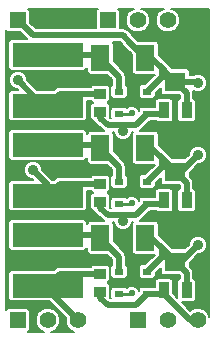
<source format=gtl>
G04 (created by PCBNEW (2013-june-11)-stable) date Thu 23 Jan 2014 03:09:13 PM PST*
%MOIN*%
G04 Gerber Fmt 3.4, Leading zero omitted, Abs format*
%FSLAX34Y34*%
G01*
G70*
G90*
G04 APERTURE LIST*
%ADD10C,0.00590551*%
%ADD11C,0.02*%
%ADD12R,0.055X0.055*%
%ADD13C,0.055*%
%ADD14R,0.0314961X0.0216535*%
%ADD15R,0.035X0.055*%
%ADD16R,0.23622X0.0787402*%
%ADD17R,0.063X0.0866*%
%ADD18R,0.071X0.063*%
%ADD19R,0.0394X0.0354*%
%ADD20C,0.035*%
%ADD21C,0.023*%
%ADD22C,0.02*%
%ADD23C,0.01*%
%ADD24C,0.006*%
G04 APERTURE END LIST*
G54D10*
G54D11*
X95750Y-37500D03*
X95750Y-37250D03*
X95750Y-34250D03*
X95750Y-34500D03*
X95750Y-31500D03*
X95750Y-31250D03*
X96250Y-37750D03*
X96250Y-34750D03*
X96250Y-31750D03*
X96000Y-31750D03*
X96000Y-34750D03*
X95750Y-37750D03*
X96000Y-37750D03*
X95750Y-34750D03*
G54D12*
X95000Y-29000D03*
G54D13*
X96000Y-29000D03*
X97000Y-29000D03*
X98000Y-29000D03*
G54D12*
X96000Y-39000D03*
G54D13*
X97000Y-39000D03*
X98000Y-39000D03*
G54D12*
X92000Y-39000D03*
G54D13*
X93000Y-39000D03*
X94000Y-39000D03*
G54D12*
X92000Y-29000D03*
G54D13*
X93000Y-29000D03*
G54D14*
X95377Y-35124D03*
X95377Y-34750D03*
X95377Y-34375D03*
X96322Y-35124D03*
X96322Y-34375D03*
X95377Y-32124D03*
X95377Y-31750D03*
X95377Y-31375D03*
X96322Y-32124D03*
X96322Y-31375D03*
X95377Y-38124D03*
X95377Y-37750D03*
X95377Y-37375D03*
X96322Y-38124D03*
X96322Y-37375D03*
G54D15*
X96875Y-32000D03*
X97625Y-32000D03*
X96875Y-35000D03*
X97625Y-35000D03*
X96875Y-38000D03*
X97625Y-38000D03*
G54D16*
X93000Y-31846D03*
X93000Y-30153D03*
X93000Y-34846D03*
X93000Y-33153D03*
X93000Y-37846D03*
X93000Y-36153D03*
G54D17*
X94752Y-33250D03*
X96248Y-33250D03*
X94752Y-36250D03*
X96248Y-36250D03*
X94752Y-30250D03*
X96248Y-30250D03*
G54D18*
X97250Y-37050D03*
X97250Y-35950D03*
X97250Y-34050D03*
X97250Y-32950D03*
X97250Y-31050D03*
X97250Y-29950D03*
G54D19*
X94750Y-37454D03*
X94750Y-38046D03*
X94750Y-34454D03*
X94750Y-35046D03*
X94750Y-31454D03*
X94750Y-32046D03*
G54D11*
X95750Y-31750D03*
G54D20*
X95500Y-32700D03*
X92000Y-31000D03*
G54D21*
X95800Y-32100D03*
G54D20*
X95500Y-35700D03*
X92500Y-34000D03*
G54D21*
X95800Y-35100D03*
X95800Y-38100D03*
G54D20*
X98000Y-33500D03*
X98000Y-31100D03*
X98000Y-36500D03*
G54D22*
X95500Y-32500D02*
X95500Y-32700D01*
X94750Y-32046D02*
X94750Y-32250D01*
X95946Y-32500D02*
X96322Y-32124D01*
X95000Y-32500D02*
X95500Y-32500D01*
X95500Y-32500D02*
X95946Y-32500D01*
X94750Y-32250D02*
X95000Y-32500D01*
X96322Y-32124D02*
X96750Y-32124D01*
X96750Y-32124D02*
X96875Y-32000D01*
X93000Y-31846D02*
X92846Y-31846D01*
X92846Y-31846D02*
X92000Y-31000D01*
X94750Y-31454D02*
X93392Y-31454D01*
X93392Y-31454D02*
X93000Y-31846D01*
G54D23*
X95377Y-32124D02*
X95775Y-32124D01*
X95775Y-32124D02*
X95800Y-32100D01*
G54D22*
X95500Y-35500D02*
X95500Y-35700D01*
X96322Y-35124D02*
X96750Y-35124D01*
X96750Y-35124D02*
X96875Y-35000D01*
X94750Y-35046D02*
X94750Y-35250D01*
X95946Y-35500D02*
X96322Y-35124D01*
X95000Y-35500D02*
X95500Y-35500D01*
X95500Y-35500D02*
X95946Y-35500D01*
X94750Y-35250D02*
X95000Y-35500D01*
X94750Y-34454D02*
X93392Y-34454D01*
X93392Y-34454D02*
X93000Y-34846D01*
X93000Y-34500D02*
X93000Y-34846D01*
X92500Y-34000D02*
X93000Y-34500D01*
G54D23*
X95377Y-35124D02*
X95775Y-35124D01*
X95775Y-35124D02*
X95800Y-35100D01*
G54D22*
X96875Y-38000D02*
X96875Y-38125D01*
X97750Y-39000D02*
X98000Y-39000D01*
X96875Y-38125D02*
X97750Y-39000D01*
X94750Y-38046D02*
X94750Y-38250D01*
X95946Y-38500D02*
X96322Y-38124D01*
X95000Y-38500D02*
X95946Y-38500D01*
X94750Y-38250D02*
X95000Y-38500D01*
X96322Y-38124D02*
X96750Y-38124D01*
X96750Y-38124D02*
X96875Y-38000D01*
X94750Y-37454D02*
X93392Y-37454D01*
X93392Y-37454D02*
X93000Y-37846D01*
X93000Y-37846D02*
X93000Y-38000D01*
X93000Y-38000D02*
X94000Y-39000D01*
G54D23*
X95377Y-38124D02*
X95775Y-38124D01*
X95775Y-38124D02*
X95800Y-38100D01*
G54D22*
X95377Y-31375D02*
X95377Y-30875D01*
X95377Y-30875D02*
X94752Y-30250D01*
X93000Y-30153D02*
X94655Y-30153D01*
X94655Y-30153D02*
X94752Y-30250D01*
X95377Y-34375D02*
X95377Y-33875D01*
X95377Y-33875D02*
X94752Y-33250D01*
X93000Y-33153D02*
X94655Y-33153D01*
X94655Y-33153D02*
X94752Y-33250D01*
X95377Y-37375D02*
X95377Y-36875D01*
X95377Y-36875D02*
X94752Y-36250D01*
X93000Y-36153D02*
X94655Y-36153D01*
X94655Y-36153D02*
X94752Y-36250D01*
X96800Y-30900D02*
X97100Y-30900D01*
X97100Y-30900D02*
X97250Y-31050D01*
X96322Y-31375D02*
X96324Y-31375D01*
X96800Y-30900D02*
X96800Y-30600D01*
X96700Y-31000D02*
X96800Y-30900D01*
X96650Y-31050D02*
X96700Y-31000D01*
X96324Y-31375D02*
X96650Y-31050D01*
X96800Y-30600D02*
X96800Y-30700D01*
X96800Y-30700D02*
X96800Y-30600D01*
X96800Y-36900D02*
X97100Y-36900D01*
X97100Y-36900D02*
X97250Y-37050D01*
X96322Y-37375D02*
X96324Y-37375D01*
X96800Y-36900D02*
X96800Y-36600D01*
X96324Y-37375D02*
X96800Y-36900D01*
X96800Y-33900D02*
X97100Y-33900D01*
X97100Y-33900D02*
X97250Y-34050D01*
X96322Y-34375D02*
X96324Y-34375D01*
X96800Y-33900D02*
X96800Y-33600D01*
X96324Y-34375D02*
X96800Y-33900D01*
X97450Y-34050D02*
X98000Y-33500D01*
X97250Y-34050D02*
X97450Y-34050D01*
X97250Y-31050D02*
X97950Y-31050D01*
X97950Y-31050D02*
X98000Y-31100D01*
X97450Y-37050D02*
X97250Y-37050D01*
X98000Y-36500D02*
X97450Y-37050D01*
X97625Y-38000D02*
X97625Y-37425D01*
X97625Y-37425D02*
X96800Y-36600D01*
X96800Y-36600D02*
X96450Y-36250D01*
X96450Y-36250D02*
X96248Y-36250D01*
X97625Y-35000D02*
X97625Y-34425D01*
X97625Y-34425D02*
X96800Y-33600D01*
X96800Y-33600D02*
X96450Y-33250D01*
X96450Y-33250D02*
X96248Y-33250D01*
X97625Y-32000D02*
X97625Y-31425D01*
X97625Y-31425D02*
X97250Y-31050D01*
X96248Y-30250D02*
X96450Y-30250D01*
X96450Y-30250D02*
X96800Y-30600D01*
X96800Y-30600D02*
X97250Y-31050D01*
X96248Y-30250D02*
X96248Y-30248D01*
X96248Y-30248D02*
X95750Y-29750D01*
X92500Y-29500D02*
X92000Y-29000D01*
X95750Y-29750D02*
X95500Y-29500D01*
X95500Y-29500D02*
X92500Y-29500D01*
G54D10*
G36*
X94663Y-28609D02*
X94651Y-28614D01*
X94614Y-28651D01*
X94595Y-28699D01*
X94594Y-28750D01*
X94594Y-29270D01*
X92595Y-29270D01*
X92405Y-29079D01*
X92405Y-28699D01*
X92385Y-28651D01*
X92348Y-28614D01*
X92336Y-28609D01*
X94663Y-28609D01*
X94663Y-28609D01*
G37*
G54D24*
X94663Y-28609D02*
X94651Y-28614D01*
X94614Y-28651D01*
X94595Y-28699D01*
X94594Y-28750D01*
X94594Y-29270D01*
X92595Y-29270D01*
X92405Y-29079D01*
X92405Y-28699D01*
X92385Y-28651D01*
X92348Y-28614D01*
X92336Y-28609D01*
X94663Y-28609D01*
G54D10*
G36*
X98390Y-38884D02*
X98343Y-38770D01*
X98229Y-38656D01*
X98080Y-38595D01*
X97919Y-38594D01*
X97770Y-38656D01*
X97751Y-38676D01*
X97480Y-38405D01*
X97825Y-38405D01*
X97873Y-38385D01*
X97910Y-38348D01*
X97929Y-38300D01*
X97930Y-38249D01*
X97930Y-37699D01*
X97910Y-37651D01*
X97873Y-37614D01*
X97855Y-37607D01*
X97855Y-37425D01*
X97837Y-37336D01*
X97837Y-37336D01*
X97787Y-37262D01*
X97787Y-37262D01*
X97735Y-37209D01*
X97735Y-37090D01*
X98020Y-36805D01*
X98060Y-36805D01*
X98172Y-36758D01*
X98258Y-36672D01*
X98304Y-36560D01*
X98305Y-36439D01*
X98305Y-33439D01*
X98258Y-33327D01*
X98172Y-33241D01*
X98060Y-33195D01*
X97939Y-33194D01*
X97827Y-33241D01*
X97741Y-33327D01*
X97695Y-33439D01*
X97695Y-33479D01*
X97569Y-33604D01*
X97130Y-33604D01*
X96962Y-33437D01*
X96962Y-33437D01*
X96693Y-33167D01*
X96693Y-32791D01*
X96673Y-32743D01*
X96636Y-32706D01*
X96588Y-32687D01*
X96537Y-32686D01*
X96072Y-32686D01*
X96109Y-32662D01*
X96409Y-32362D01*
X96505Y-32362D01*
X96525Y-32354D01*
X96595Y-32354D01*
X96626Y-32385D01*
X96674Y-32404D01*
X96725Y-32405D01*
X97075Y-32405D01*
X97123Y-32385D01*
X97160Y-32348D01*
X97179Y-32300D01*
X97180Y-32249D01*
X97180Y-31699D01*
X97160Y-31651D01*
X97123Y-31614D01*
X97075Y-31595D01*
X97024Y-31594D01*
X96674Y-31594D01*
X96626Y-31614D01*
X96589Y-31651D01*
X96570Y-31699D01*
X96569Y-31750D01*
X96569Y-31894D01*
X96525Y-31894D01*
X96505Y-31885D01*
X96454Y-31885D01*
X96139Y-31885D01*
X96091Y-31905D01*
X96054Y-31942D01*
X96034Y-31989D01*
X96034Y-32027D01*
X96007Y-31961D01*
X95938Y-31892D01*
X95848Y-31855D01*
X95751Y-31854D01*
X95661Y-31892D01*
X95628Y-31925D01*
X95608Y-31905D01*
X95561Y-31885D01*
X95509Y-31885D01*
X95194Y-31885D01*
X95146Y-31905D01*
X95109Y-31942D01*
X95090Y-31989D01*
X95090Y-32041D01*
X95090Y-32258D01*
X95094Y-32269D01*
X95076Y-32250D01*
X95076Y-32248D01*
X95077Y-32197D01*
X95077Y-31843D01*
X95057Y-31795D01*
X95020Y-31758D01*
X94999Y-31750D01*
X95020Y-31741D01*
X95057Y-31704D01*
X95076Y-31656D01*
X95077Y-31605D01*
X95077Y-31251D01*
X95057Y-31203D01*
X95020Y-31166D01*
X94972Y-31147D01*
X94921Y-31146D01*
X94527Y-31146D01*
X94479Y-31166D01*
X94442Y-31203D01*
X94434Y-31224D01*
X93392Y-31224D01*
X93304Y-31241D01*
X93229Y-31291D01*
X93229Y-31291D01*
X93198Y-31322D01*
X92648Y-31322D01*
X92305Y-30979D01*
X92305Y-30939D01*
X92258Y-30827D01*
X92172Y-30741D01*
X92060Y-30695D01*
X91939Y-30694D01*
X91827Y-30741D01*
X91741Y-30827D01*
X91695Y-30939D01*
X91694Y-31060D01*
X91741Y-31172D01*
X91827Y-31258D01*
X91939Y-31304D01*
X91979Y-31304D01*
X91997Y-31322D01*
X91793Y-31322D01*
X91745Y-31342D01*
X91708Y-31379D01*
X91688Y-31426D01*
X91688Y-31478D01*
X91688Y-32265D01*
X91708Y-32313D01*
X91745Y-32350D01*
X91792Y-32370D01*
X91844Y-32370D01*
X94206Y-32370D01*
X94254Y-32350D01*
X94291Y-32313D01*
X94311Y-32266D01*
X94311Y-32214D01*
X94311Y-31684D01*
X94434Y-31684D01*
X94442Y-31704D01*
X94479Y-31741D01*
X94500Y-31749D01*
X94479Y-31758D01*
X94442Y-31795D01*
X94423Y-31843D01*
X94422Y-31894D01*
X94422Y-32248D01*
X94442Y-32296D01*
X94479Y-32333D01*
X94527Y-32352D01*
X94547Y-32352D01*
X94587Y-32412D01*
X94837Y-32662D01*
X94837Y-32662D01*
X94873Y-32686D01*
X94411Y-32686D01*
X94363Y-32706D01*
X94326Y-32743D01*
X94311Y-32781D01*
X94311Y-32734D01*
X94291Y-32686D01*
X94254Y-32649D01*
X94207Y-32629D01*
X94155Y-32629D01*
X91793Y-32629D01*
X91745Y-32649D01*
X91708Y-32686D01*
X91688Y-32733D01*
X91688Y-32785D01*
X91688Y-33572D01*
X91708Y-33620D01*
X91745Y-33657D01*
X91792Y-33677D01*
X91844Y-33677D01*
X94206Y-33677D01*
X94254Y-33657D01*
X94291Y-33620D01*
X94306Y-33583D01*
X94306Y-33708D01*
X94326Y-33756D01*
X94363Y-33793D01*
X94411Y-33812D01*
X94462Y-33813D01*
X94989Y-33813D01*
X95147Y-33970D01*
X95147Y-34157D01*
X95146Y-34157D01*
X95109Y-34193D01*
X95090Y-34241D01*
X95090Y-34293D01*
X95090Y-34509D01*
X95109Y-34557D01*
X95146Y-34594D01*
X95194Y-34614D01*
X95245Y-34614D01*
X95560Y-34614D01*
X95608Y-34594D01*
X95645Y-34557D01*
X95665Y-34510D01*
X95665Y-34458D01*
X95665Y-34241D01*
X95645Y-34194D01*
X95608Y-34157D01*
X95607Y-34157D01*
X95607Y-33875D01*
X95590Y-33787D01*
X95590Y-33787D01*
X95540Y-33712D01*
X95197Y-33369D01*
X95197Y-32791D01*
X95177Y-32743D01*
X95163Y-32730D01*
X95194Y-32730D01*
X95194Y-32760D01*
X95241Y-32872D01*
X95327Y-32958D01*
X95439Y-33004D01*
X95560Y-33005D01*
X95672Y-32958D01*
X95758Y-32872D01*
X95804Y-32760D01*
X95804Y-32730D01*
X95836Y-32730D01*
X95822Y-32743D01*
X95803Y-32791D01*
X95802Y-32842D01*
X95802Y-33708D01*
X95822Y-33756D01*
X95859Y-33793D01*
X95907Y-33812D01*
X95958Y-33813D01*
X96561Y-33813D01*
X96237Y-34137D01*
X96139Y-34137D01*
X96091Y-34157D01*
X96054Y-34193D01*
X96034Y-34241D01*
X96034Y-34293D01*
X96034Y-34509D01*
X96054Y-34557D01*
X96091Y-34594D01*
X96138Y-34614D01*
X96190Y-34614D01*
X96505Y-34614D01*
X96553Y-34594D01*
X96590Y-34557D01*
X96609Y-34510D01*
X96609Y-34458D01*
X96609Y-34415D01*
X96764Y-34260D01*
X96764Y-34390D01*
X96784Y-34438D01*
X96821Y-34475D01*
X96869Y-34494D01*
X96920Y-34495D01*
X97369Y-34495D01*
X97395Y-34520D01*
X97395Y-34607D01*
X97376Y-34614D01*
X97339Y-34651D01*
X97320Y-34699D01*
X97319Y-34750D01*
X97319Y-35300D01*
X97339Y-35348D01*
X97376Y-35385D01*
X97424Y-35404D01*
X97475Y-35405D01*
X97825Y-35405D01*
X97873Y-35385D01*
X97910Y-35348D01*
X97929Y-35300D01*
X97930Y-35249D01*
X97930Y-34699D01*
X97910Y-34651D01*
X97873Y-34614D01*
X97855Y-34607D01*
X97855Y-34425D01*
X97837Y-34336D01*
X97837Y-34336D01*
X97787Y-34262D01*
X97787Y-34262D01*
X97735Y-34209D01*
X97735Y-34090D01*
X98020Y-33805D01*
X98060Y-33805D01*
X98172Y-33758D01*
X98258Y-33672D01*
X98304Y-33560D01*
X98305Y-33439D01*
X98305Y-36439D01*
X98258Y-36327D01*
X98172Y-36241D01*
X98060Y-36195D01*
X97939Y-36194D01*
X97827Y-36241D01*
X97741Y-36327D01*
X97695Y-36439D01*
X97695Y-36479D01*
X97569Y-36604D01*
X97130Y-36604D01*
X96962Y-36437D01*
X96962Y-36437D01*
X96693Y-36167D01*
X96693Y-35791D01*
X96673Y-35743D01*
X96636Y-35706D01*
X96588Y-35687D01*
X96537Y-35686D01*
X96072Y-35686D01*
X96109Y-35662D01*
X96409Y-35362D01*
X96505Y-35362D01*
X96525Y-35354D01*
X96595Y-35354D01*
X96626Y-35385D01*
X96674Y-35404D01*
X96725Y-35405D01*
X97075Y-35405D01*
X97123Y-35385D01*
X97160Y-35348D01*
X97179Y-35300D01*
X97180Y-35249D01*
X97180Y-34699D01*
X97160Y-34651D01*
X97123Y-34614D01*
X97075Y-34595D01*
X97024Y-34594D01*
X96674Y-34594D01*
X96626Y-34614D01*
X96589Y-34651D01*
X96570Y-34699D01*
X96569Y-34750D01*
X96569Y-34894D01*
X96525Y-34894D01*
X96505Y-34885D01*
X96454Y-34885D01*
X96139Y-34885D01*
X96091Y-34905D01*
X96054Y-34942D01*
X96034Y-34989D01*
X96034Y-35027D01*
X96007Y-34961D01*
X95938Y-34892D01*
X95848Y-34855D01*
X95751Y-34854D01*
X95661Y-34892D01*
X95628Y-34925D01*
X95608Y-34905D01*
X95561Y-34885D01*
X95509Y-34885D01*
X95194Y-34885D01*
X95146Y-34905D01*
X95109Y-34942D01*
X95090Y-34989D01*
X95090Y-35041D01*
X95090Y-35258D01*
X95094Y-35269D01*
X95076Y-35250D01*
X95076Y-35248D01*
X95077Y-35197D01*
X95077Y-34843D01*
X95057Y-34795D01*
X95020Y-34758D01*
X94999Y-34750D01*
X95020Y-34741D01*
X95057Y-34704D01*
X95076Y-34656D01*
X95077Y-34605D01*
X95077Y-34251D01*
X95057Y-34203D01*
X95020Y-34166D01*
X94972Y-34147D01*
X94921Y-34146D01*
X94527Y-34146D01*
X94479Y-34166D01*
X94442Y-34203D01*
X94434Y-34224D01*
X93392Y-34224D01*
X93304Y-34241D01*
X93229Y-34291D01*
X93229Y-34291D01*
X93198Y-34322D01*
X93148Y-34322D01*
X92805Y-33979D01*
X92805Y-33939D01*
X92758Y-33827D01*
X92672Y-33741D01*
X92560Y-33695D01*
X92439Y-33694D01*
X92327Y-33741D01*
X92241Y-33827D01*
X92195Y-33939D01*
X92194Y-34060D01*
X92241Y-34172D01*
X92327Y-34258D01*
X92439Y-34304D01*
X92479Y-34304D01*
X92497Y-34322D01*
X91793Y-34322D01*
X91745Y-34342D01*
X91708Y-34379D01*
X91688Y-34426D01*
X91688Y-34478D01*
X91688Y-35265D01*
X91708Y-35313D01*
X91745Y-35350D01*
X91792Y-35370D01*
X91844Y-35370D01*
X94206Y-35370D01*
X94254Y-35350D01*
X94291Y-35313D01*
X94311Y-35266D01*
X94311Y-35214D01*
X94311Y-34684D01*
X94434Y-34684D01*
X94442Y-34704D01*
X94479Y-34741D01*
X94500Y-34749D01*
X94479Y-34758D01*
X94442Y-34795D01*
X94423Y-34843D01*
X94422Y-34894D01*
X94422Y-35248D01*
X94442Y-35296D01*
X94479Y-35333D01*
X94527Y-35352D01*
X94547Y-35352D01*
X94587Y-35412D01*
X94837Y-35662D01*
X94837Y-35662D01*
X94873Y-35686D01*
X94411Y-35686D01*
X94363Y-35706D01*
X94326Y-35743D01*
X94311Y-35781D01*
X94311Y-35734D01*
X94291Y-35686D01*
X94254Y-35649D01*
X94207Y-35629D01*
X94155Y-35629D01*
X91793Y-35629D01*
X91745Y-35649D01*
X91708Y-35686D01*
X91688Y-35733D01*
X91688Y-35785D01*
X91688Y-36572D01*
X91708Y-36620D01*
X91745Y-36657D01*
X91792Y-36677D01*
X91844Y-36677D01*
X94206Y-36677D01*
X94254Y-36657D01*
X94291Y-36620D01*
X94306Y-36583D01*
X94306Y-36708D01*
X94326Y-36756D01*
X94363Y-36793D01*
X94411Y-36812D01*
X94462Y-36813D01*
X94989Y-36813D01*
X95147Y-36970D01*
X95147Y-37157D01*
X95146Y-37157D01*
X95109Y-37193D01*
X95090Y-37241D01*
X95090Y-37293D01*
X95090Y-37509D01*
X95109Y-37557D01*
X95146Y-37594D01*
X95194Y-37614D01*
X95245Y-37614D01*
X95560Y-37614D01*
X95608Y-37594D01*
X95645Y-37557D01*
X95665Y-37510D01*
X95665Y-37458D01*
X95665Y-37241D01*
X95645Y-37194D01*
X95608Y-37157D01*
X95607Y-37157D01*
X95607Y-36875D01*
X95590Y-36787D01*
X95590Y-36787D01*
X95540Y-36712D01*
X95197Y-36369D01*
X95197Y-35791D01*
X95177Y-35743D01*
X95163Y-35730D01*
X95194Y-35730D01*
X95194Y-35760D01*
X95241Y-35872D01*
X95327Y-35958D01*
X95439Y-36004D01*
X95560Y-36005D01*
X95672Y-35958D01*
X95758Y-35872D01*
X95804Y-35760D01*
X95804Y-35730D01*
X95836Y-35730D01*
X95822Y-35743D01*
X95803Y-35791D01*
X95802Y-35842D01*
X95802Y-36708D01*
X95822Y-36756D01*
X95859Y-36793D01*
X95907Y-36812D01*
X95958Y-36813D01*
X96561Y-36813D01*
X96237Y-37137D01*
X96139Y-37137D01*
X96091Y-37157D01*
X96054Y-37193D01*
X96034Y-37241D01*
X96034Y-37293D01*
X96034Y-37509D01*
X96054Y-37557D01*
X96091Y-37594D01*
X96138Y-37614D01*
X96190Y-37614D01*
X96505Y-37614D01*
X96553Y-37594D01*
X96590Y-37557D01*
X96609Y-37510D01*
X96609Y-37458D01*
X96609Y-37415D01*
X96764Y-37260D01*
X96764Y-37390D01*
X96784Y-37438D01*
X96821Y-37475D01*
X96869Y-37494D01*
X96920Y-37495D01*
X97369Y-37495D01*
X97395Y-37520D01*
X97395Y-37607D01*
X97376Y-37614D01*
X97339Y-37651D01*
X97320Y-37699D01*
X97319Y-37750D01*
X97319Y-38244D01*
X97180Y-38104D01*
X97180Y-37699D01*
X97160Y-37651D01*
X97123Y-37614D01*
X97075Y-37595D01*
X97024Y-37594D01*
X96674Y-37594D01*
X96626Y-37614D01*
X96589Y-37651D01*
X96570Y-37699D01*
X96569Y-37750D01*
X96569Y-37894D01*
X96525Y-37894D01*
X96505Y-37885D01*
X96454Y-37885D01*
X96139Y-37885D01*
X96091Y-37905D01*
X96054Y-37942D01*
X96034Y-37989D01*
X96034Y-38027D01*
X96007Y-37961D01*
X95938Y-37892D01*
X95848Y-37855D01*
X95751Y-37854D01*
X95661Y-37892D01*
X95628Y-37925D01*
X95608Y-37905D01*
X95561Y-37885D01*
X95509Y-37885D01*
X95194Y-37885D01*
X95146Y-37905D01*
X95109Y-37942D01*
X95090Y-37989D01*
X95090Y-38041D01*
X95090Y-38258D01*
X95094Y-38269D01*
X95076Y-38250D01*
X95076Y-38248D01*
X95077Y-38197D01*
X95077Y-37843D01*
X95057Y-37795D01*
X95020Y-37758D01*
X94999Y-37750D01*
X95020Y-37741D01*
X95057Y-37704D01*
X95076Y-37656D01*
X95077Y-37605D01*
X95077Y-37251D01*
X95057Y-37203D01*
X95020Y-37166D01*
X94972Y-37147D01*
X94921Y-37146D01*
X94527Y-37146D01*
X94479Y-37166D01*
X94442Y-37203D01*
X94434Y-37224D01*
X93392Y-37224D01*
X93304Y-37241D01*
X93229Y-37291D01*
X93229Y-37291D01*
X93198Y-37322D01*
X91793Y-37322D01*
X91745Y-37342D01*
X91708Y-37379D01*
X91688Y-37426D01*
X91688Y-37478D01*
X91688Y-38265D01*
X91708Y-38313D01*
X91745Y-38350D01*
X91792Y-38370D01*
X91844Y-38370D01*
X93044Y-38370D01*
X93595Y-38920D01*
X93594Y-39080D01*
X93656Y-39229D01*
X93770Y-39343D01*
X93883Y-39390D01*
X93115Y-39390D01*
X93229Y-39343D01*
X93343Y-39229D01*
X93404Y-39080D01*
X93405Y-38919D01*
X93343Y-38770D01*
X93229Y-38656D01*
X93080Y-38595D01*
X92919Y-38594D01*
X92770Y-38656D01*
X92656Y-38770D01*
X92595Y-38919D01*
X92594Y-39080D01*
X92656Y-39229D01*
X92770Y-39343D01*
X92883Y-39390D01*
X92336Y-39390D01*
X92348Y-39385D01*
X92385Y-39348D01*
X92404Y-39300D01*
X92405Y-39249D01*
X92405Y-38699D01*
X92385Y-38651D01*
X92348Y-38614D01*
X92300Y-38595D01*
X92249Y-38594D01*
X91699Y-38594D01*
X91651Y-38614D01*
X91614Y-38651D01*
X91609Y-38663D01*
X91609Y-29336D01*
X91614Y-29348D01*
X91651Y-29385D01*
X91699Y-29404D01*
X91750Y-29405D01*
X92079Y-29405D01*
X92304Y-29629D01*
X91793Y-29629D01*
X91745Y-29649D01*
X91708Y-29686D01*
X91688Y-29733D01*
X91688Y-29785D01*
X91688Y-30572D01*
X91708Y-30620D01*
X91745Y-30657D01*
X91792Y-30677D01*
X91844Y-30677D01*
X94206Y-30677D01*
X94254Y-30657D01*
X94291Y-30620D01*
X94306Y-30583D01*
X94306Y-30708D01*
X94326Y-30756D01*
X94363Y-30793D01*
X94411Y-30812D01*
X94462Y-30813D01*
X94989Y-30813D01*
X95147Y-30970D01*
X95147Y-31157D01*
X95146Y-31157D01*
X95109Y-31193D01*
X95090Y-31241D01*
X95090Y-31293D01*
X95090Y-31509D01*
X95109Y-31557D01*
X95146Y-31594D01*
X95194Y-31614D01*
X95245Y-31614D01*
X95560Y-31614D01*
X95608Y-31594D01*
X95645Y-31557D01*
X95665Y-31510D01*
X95665Y-31458D01*
X95665Y-31241D01*
X95645Y-31194D01*
X95608Y-31157D01*
X95607Y-31157D01*
X95607Y-30875D01*
X95590Y-30787D01*
X95590Y-30787D01*
X95540Y-30712D01*
X95197Y-30369D01*
X95197Y-29791D01*
X95177Y-29743D01*
X95163Y-29730D01*
X95404Y-29730D01*
X95587Y-29912D01*
X95587Y-29912D01*
X95802Y-30128D01*
X95802Y-30708D01*
X95822Y-30756D01*
X95859Y-30793D01*
X95907Y-30812D01*
X95958Y-30813D01*
X96561Y-30813D01*
X96537Y-30837D01*
X96487Y-30887D01*
X96487Y-30887D01*
X96237Y-31137D01*
X96139Y-31137D01*
X96091Y-31157D01*
X96054Y-31193D01*
X96034Y-31241D01*
X96034Y-31293D01*
X96034Y-31509D01*
X96054Y-31557D01*
X96091Y-31594D01*
X96138Y-31614D01*
X96190Y-31614D01*
X96505Y-31614D01*
X96553Y-31594D01*
X96590Y-31557D01*
X96609Y-31510D01*
X96609Y-31458D01*
X96609Y-31415D01*
X96764Y-31260D01*
X96764Y-31390D01*
X96784Y-31438D01*
X96821Y-31475D01*
X96869Y-31494D01*
X96920Y-31495D01*
X97369Y-31495D01*
X97395Y-31520D01*
X97395Y-31607D01*
X97376Y-31614D01*
X97339Y-31651D01*
X97320Y-31699D01*
X97319Y-31750D01*
X97319Y-32300D01*
X97339Y-32348D01*
X97376Y-32385D01*
X97424Y-32404D01*
X97475Y-32405D01*
X97825Y-32405D01*
X97873Y-32385D01*
X97910Y-32348D01*
X97929Y-32300D01*
X97930Y-32249D01*
X97930Y-31699D01*
X97910Y-31651D01*
X97873Y-31614D01*
X97855Y-31607D01*
X97855Y-31425D01*
X97843Y-31365D01*
X97939Y-31404D01*
X98060Y-31405D01*
X98172Y-31358D01*
X98258Y-31272D01*
X98304Y-31160D01*
X98305Y-31039D01*
X98258Y-30927D01*
X98172Y-30841D01*
X98060Y-30795D01*
X97939Y-30794D01*
X97878Y-30820D01*
X97735Y-30820D01*
X97735Y-30709D01*
X97715Y-30661D01*
X97678Y-30624D01*
X97630Y-30605D01*
X97579Y-30604D01*
X97130Y-30604D01*
X96962Y-30437D01*
X96962Y-30437D01*
X96693Y-30167D01*
X96693Y-29791D01*
X96673Y-29743D01*
X96636Y-29706D01*
X96588Y-29687D01*
X96537Y-29686D01*
X96012Y-29686D01*
X95912Y-29587D01*
X95912Y-29587D01*
X95662Y-29337D01*
X95588Y-29287D01*
X95500Y-29270D01*
X95405Y-29270D01*
X95405Y-29249D01*
X95405Y-28699D01*
X95385Y-28651D01*
X95348Y-28614D01*
X95336Y-28609D01*
X95884Y-28609D01*
X95770Y-28656D01*
X95656Y-28770D01*
X95595Y-28919D01*
X95594Y-29080D01*
X95656Y-29229D01*
X95770Y-29343D01*
X95919Y-29404D01*
X96080Y-29405D01*
X96229Y-29343D01*
X96343Y-29229D01*
X96404Y-29080D01*
X96405Y-28919D01*
X96343Y-28770D01*
X96229Y-28656D01*
X96116Y-28609D01*
X96884Y-28609D01*
X96770Y-28656D01*
X96656Y-28770D01*
X96595Y-28919D01*
X96594Y-29080D01*
X96656Y-29229D01*
X96770Y-29343D01*
X96919Y-29404D01*
X97080Y-29405D01*
X97229Y-29343D01*
X97343Y-29229D01*
X97404Y-29080D01*
X97405Y-28919D01*
X97343Y-28770D01*
X97229Y-28656D01*
X97116Y-28609D01*
X98390Y-28609D01*
X98390Y-38884D01*
X98390Y-38884D01*
G37*
G54D24*
X98390Y-38884D02*
X98343Y-38770D01*
X98229Y-38656D01*
X98080Y-38595D01*
X97919Y-38594D01*
X97770Y-38656D01*
X97751Y-38676D01*
X97480Y-38405D01*
X97825Y-38405D01*
X97873Y-38385D01*
X97910Y-38348D01*
X97929Y-38300D01*
X97930Y-38249D01*
X97930Y-37699D01*
X97910Y-37651D01*
X97873Y-37614D01*
X97855Y-37607D01*
X97855Y-37425D01*
X97837Y-37336D01*
X97837Y-37336D01*
X97787Y-37262D01*
X97787Y-37262D01*
X97735Y-37209D01*
X97735Y-37090D01*
X98020Y-36805D01*
X98060Y-36805D01*
X98172Y-36758D01*
X98258Y-36672D01*
X98304Y-36560D01*
X98305Y-36439D01*
X98305Y-33439D01*
X98258Y-33327D01*
X98172Y-33241D01*
X98060Y-33195D01*
X97939Y-33194D01*
X97827Y-33241D01*
X97741Y-33327D01*
X97695Y-33439D01*
X97695Y-33479D01*
X97569Y-33604D01*
X97130Y-33604D01*
X96962Y-33437D01*
X96962Y-33437D01*
X96693Y-33167D01*
X96693Y-32791D01*
X96673Y-32743D01*
X96636Y-32706D01*
X96588Y-32687D01*
X96537Y-32686D01*
X96072Y-32686D01*
X96109Y-32662D01*
X96409Y-32362D01*
X96505Y-32362D01*
X96525Y-32354D01*
X96595Y-32354D01*
X96626Y-32385D01*
X96674Y-32404D01*
X96725Y-32405D01*
X97075Y-32405D01*
X97123Y-32385D01*
X97160Y-32348D01*
X97179Y-32300D01*
X97180Y-32249D01*
X97180Y-31699D01*
X97160Y-31651D01*
X97123Y-31614D01*
X97075Y-31595D01*
X97024Y-31594D01*
X96674Y-31594D01*
X96626Y-31614D01*
X96589Y-31651D01*
X96570Y-31699D01*
X96569Y-31750D01*
X96569Y-31894D01*
X96525Y-31894D01*
X96505Y-31885D01*
X96454Y-31885D01*
X96139Y-31885D01*
X96091Y-31905D01*
X96054Y-31942D01*
X96034Y-31989D01*
X96034Y-32027D01*
X96007Y-31961D01*
X95938Y-31892D01*
X95848Y-31855D01*
X95751Y-31854D01*
X95661Y-31892D01*
X95628Y-31925D01*
X95608Y-31905D01*
X95561Y-31885D01*
X95509Y-31885D01*
X95194Y-31885D01*
X95146Y-31905D01*
X95109Y-31942D01*
X95090Y-31989D01*
X95090Y-32041D01*
X95090Y-32258D01*
X95094Y-32269D01*
X95076Y-32250D01*
X95076Y-32248D01*
X95077Y-32197D01*
X95077Y-31843D01*
X95057Y-31795D01*
X95020Y-31758D01*
X94999Y-31750D01*
X95020Y-31741D01*
X95057Y-31704D01*
X95076Y-31656D01*
X95077Y-31605D01*
X95077Y-31251D01*
X95057Y-31203D01*
X95020Y-31166D01*
X94972Y-31147D01*
X94921Y-31146D01*
X94527Y-31146D01*
X94479Y-31166D01*
X94442Y-31203D01*
X94434Y-31224D01*
X93392Y-31224D01*
X93304Y-31241D01*
X93229Y-31291D01*
X93229Y-31291D01*
X93198Y-31322D01*
X92648Y-31322D01*
X92305Y-30979D01*
X92305Y-30939D01*
X92258Y-30827D01*
X92172Y-30741D01*
X92060Y-30695D01*
X91939Y-30694D01*
X91827Y-30741D01*
X91741Y-30827D01*
X91695Y-30939D01*
X91694Y-31060D01*
X91741Y-31172D01*
X91827Y-31258D01*
X91939Y-31304D01*
X91979Y-31304D01*
X91997Y-31322D01*
X91793Y-31322D01*
X91745Y-31342D01*
X91708Y-31379D01*
X91688Y-31426D01*
X91688Y-31478D01*
X91688Y-32265D01*
X91708Y-32313D01*
X91745Y-32350D01*
X91792Y-32370D01*
X91844Y-32370D01*
X94206Y-32370D01*
X94254Y-32350D01*
X94291Y-32313D01*
X94311Y-32266D01*
X94311Y-32214D01*
X94311Y-31684D01*
X94434Y-31684D01*
X94442Y-31704D01*
X94479Y-31741D01*
X94500Y-31749D01*
X94479Y-31758D01*
X94442Y-31795D01*
X94423Y-31843D01*
X94422Y-31894D01*
X94422Y-32248D01*
X94442Y-32296D01*
X94479Y-32333D01*
X94527Y-32352D01*
X94547Y-32352D01*
X94587Y-32412D01*
X94837Y-32662D01*
X94837Y-32662D01*
X94873Y-32686D01*
X94411Y-32686D01*
X94363Y-32706D01*
X94326Y-32743D01*
X94311Y-32781D01*
X94311Y-32734D01*
X94291Y-32686D01*
X94254Y-32649D01*
X94207Y-32629D01*
X94155Y-32629D01*
X91793Y-32629D01*
X91745Y-32649D01*
X91708Y-32686D01*
X91688Y-32733D01*
X91688Y-32785D01*
X91688Y-33572D01*
X91708Y-33620D01*
X91745Y-33657D01*
X91792Y-33677D01*
X91844Y-33677D01*
X94206Y-33677D01*
X94254Y-33657D01*
X94291Y-33620D01*
X94306Y-33583D01*
X94306Y-33708D01*
X94326Y-33756D01*
X94363Y-33793D01*
X94411Y-33812D01*
X94462Y-33813D01*
X94989Y-33813D01*
X95147Y-33970D01*
X95147Y-34157D01*
X95146Y-34157D01*
X95109Y-34193D01*
X95090Y-34241D01*
X95090Y-34293D01*
X95090Y-34509D01*
X95109Y-34557D01*
X95146Y-34594D01*
X95194Y-34614D01*
X95245Y-34614D01*
X95560Y-34614D01*
X95608Y-34594D01*
X95645Y-34557D01*
X95665Y-34510D01*
X95665Y-34458D01*
X95665Y-34241D01*
X95645Y-34194D01*
X95608Y-34157D01*
X95607Y-34157D01*
X95607Y-33875D01*
X95590Y-33787D01*
X95590Y-33787D01*
X95540Y-33712D01*
X95197Y-33369D01*
X95197Y-32791D01*
X95177Y-32743D01*
X95163Y-32730D01*
X95194Y-32730D01*
X95194Y-32760D01*
X95241Y-32872D01*
X95327Y-32958D01*
X95439Y-33004D01*
X95560Y-33005D01*
X95672Y-32958D01*
X95758Y-32872D01*
X95804Y-32760D01*
X95804Y-32730D01*
X95836Y-32730D01*
X95822Y-32743D01*
X95803Y-32791D01*
X95802Y-32842D01*
X95802Y-33708D01*
X95822Y-33756D01*
X95859Y-33793D01*
X95907Y-33812D01*
X95958Y-33813D01*
X96561Y-33813D01*
X96237Y-34137D01*
X96139Y-34137D01*
X96091Y-34157D01*
X96054Y-34193D01*
X96034Y-34241D01*
X96034Y-34293D01*
X96034Y-34509D01*
X96054Y-34557D01*
X96091Y-34594D01*
X96138Y-34614D01*
X96190Y-34614D01*
X96505Y-34614D01*
X96553Y-34594D01*
X96590Y-34557D01*
X96609Y-34510D01*
X96609Y-34458D01*
X96609Y-34415D01*
X96764Y-34260D01*
X96764Y-34390D01*
X96784Y-34438D01*
X96821Y-34475D01*
X96869Y-34494D01*
X96920Y-34495D01*
X97369Y-34495D01*
X97395Y-34520D01*
X97395Y-34607D01*
X97376Y-34614D01*
X97339Y-34651D01*
X97320Y-34699D01*
X97319Y-34750D01*
X97319Y-35300D01*
X97339Y-35348D01*
X97376Y-35385D01*
X97424Y-35404D01*
X97475Y-35405D01*
X97825Y-35405D01*
X97873Y-35385D01*
X97910Y-35348D01*
X97929Y-35300D01*
X97930Y-35249D01*
X97930Y-34699D01*
X97910Y-34651D01*
X97873Y-34614D01*
X97855Y-34607D01*
X97855Y-34425D01*
X97837Y-34336D01*
X97837Y-34336D01*
X97787Y-34262D01*
X97787Y-34262D01*
X97735Y-34209D01*
X97735Y-34090D01*
X98020Y-33805D01*
X98060Y-33805D01*
X98172Y-33758D01*
X98258Y-33672D01*
X98304Y-33560D01*
X98305Y-33439D01*
X98305Y-36439D01*
X98258Y-36327D01*
X98172Y-36241D01*
X98060Y-36195D01*
X97939Y-36194D01*
X97827Y-36241D01*
X97741Y-36327D01*
X97695Y-36439D01*
X97695Y-36479D01*
X97569Y-36604D01*
X97130Y-36604D01*
X96962Y-36437D01*
X96962Y-36437D01*
X96693Y-36167D01*
X96693Y-35791D01*
X96673Y-35743D01*
X96636Y-35706D01*
X96588Y-35687D01*
X96537Y-35686D01*
X96072Y-35686D01*
X96109Y-35662D01*
X96409Y-35362D01*
X96505Y-35362D01*
X96525Y-35354D01*
X96595Y-35354D01*
X96626Y-35385D01*
X96674Y-35404D01*
X96725Y-35405D01*
X97075Y-35405D01*
X97123Y-35385D01*
X97160Y-35348D01*
X97179Y-35300D01*
X97180Y-35249D01*
X97180Y-34699D01*
X97160Y-34651D01*
X97123Y-34614D01*
X97075Y-34595D01*
X97024Y-34594D01*
X96674Y-34594D01*
X96626Y-34614D01*
X96589Y-34651D01*
X96570Y-34699D01*
X96569Y-34750D01*
X96569Y-34894D01*
X96525Y-34894D01*
X96505Y-34885D01*
X96454Y-34885D01*
X96139Y-34885D01*
X96091Y-34905D01*
X96054Y-34942D01*
X96034Y-34989D01*
X96034Y-35027D01*
X96007Y-34961D01*
X95938Y-34892D01*
X95848Y-34855D01*
X95751Y-34854D01*
X95661Y-34892D01*
X95628Y-34925D01*
X95608Y-34905D01*
X95561Y-34885D01*
X95509Y-34885D01*
X95194Y-34885D01*
X95146Y-34905D01*
X95109Y-34942D01*
X95090Y-34989D01*
X95090Y-35041D01*
X95090Y-35258D01*
X95094Y-35269D01*
X95076Y-35250D01*
X95076Y-35248D01*
X95077Y-35197D01*
X95077Y-34843D01*
X95057Y-34795D01*
X95020Y-34758D01*
X94999Y-34750D01*
X95020Y-34741D01*
X95057Y-34704D01*
X95076Y-34656D01*
X95077Y-34605D01*
X95077Y-34251D01*
X95057Y-34203D01*
X95020Y-34166D01*
X94972Y-34147D01*
X94921Y-34146D01*
X94527Y-34146D01*
X94479Y-34166D01*
X94442Y-34203D01*
X94434Y-34224D01*
X93392Y-34224D01*
X93304Y-34241D01*
X93229Y-34291D01*
X93229Y-34291D01*
X93198Y-34322D01*
X93148Y-34322D01*
X92805Y-33979D01*
X92805Y-33939D01*
X92758Y-33827D01*
X92672Y-33741D01*
X92560Y-33695D01*
X92439Y-33694D01*
X92327Y-33741D01*
X92241Y-33827D01*
X92195Y-33939D01*
X92194Y-34060D01*
X92241Y-34172D01*
X92327Y-34258D01*
X92439Y-34304D01*
X92479Y-34304D01*
X92497Y-34322D01*
X91793Y-34322D01*
X91745Y-34342D01*
X91708Y-34379D01*
X91688Y-34426D01*
X91688Y-34478D01*
X91688Y-35265D01*
X91708Y-35313D01*
X91745Y-35350D01*
X91792Y-35370D01*
X91844Y-35370D01*
X94206Y-35370D01*
X94254Y-35350D01*
X94291Y-35313D01*
X94311Y-35266D01*
X94311Y-35214D01*
X94311Y-34684D01*
X94434Y-34684D01*
X94442Y-34704D01*
X94479Y-34741D01*
X94500Y-34749D01*
X94479Y-34758D01*
X94442Y-34795D01*
X94423Y-34843D01*
X94422Y-34894D01*
X94422Y-35248D01*
X94442Y-35296D01*
X94479Y-35333D01*
X94527Y-35352D01*
X94547Y-35352D01*
X94587Y-35412D01*
X94837Y-35662D01*
X94837Y-35662D01*
X94873Y-35686D01*
X94411Y-35686D01*
X94363Y-35706D01*
X94326Y-35743D01*
X94311Y-35781D01*
X94311Y-35734D01*
X94291Y-35686D01*
X94254Y-35649D01*
X94207Y-35629D01*
X94155Y-35629D01*
X91793Y-35629D01*
X91745Y-35649D01*
X91708Y-35686D01*
X91688Y-35733D01*
X91688Y-35785D01*
X91688Y-36572D01*
X91708Y-36620D01*
X91745Y-36657D01*
X91792Y-36677D01*
X91844Y-36677D01*
X94206Y-36677D01*
X94254Y-36657D01*
X94291Y-36620D01*
X94306Y-36583D01*
X94306Y-36708D01*
X94326Y-36756D01*
X94363Y-36793D01*
X94411Y-36812D01*
X94462Y-36813D01*
X94989Y-36813D01*
X95147Y-36970D01*
X95147Y-37157D01*
X95146Y-37157D01*
X95109Y-37193D01*
X95090Y-37241D01*
X95090Y-37293D01*
X95090Y-37509D01*
X95109Y-37557D01*
X95146Y-37594D01*
X95194Y-37614D01*
X95245Y-37614D01*
X95560Y-37614D01*
X95608Y-37594D01*
X95645Y-37557D01*
X95665Y-37510D01*
X95665Y-37458D01*
X95665Y-37241D01*
X95645Y-37194D01*
X95608Y-37157D01*
X95607Y-37157D01*
X95607Y-36875D01*
X95590Y-36787D01*
X95590Y-36787D01*
X95540Y-36712D01*
X95197Y-36369D01*
X95197Y-35791D01*
X95177Y-35743D01*
X95163Y-35730D01*
X95194Y-35730D01*
X95194Y-35760D01*
X95241Y-35872D01*
X95327Y-35958D01*
X95439Y-36004D01*
X95560Y-36005D01*
X95672Y-35958D01*
X95758Y-35872D01*
X95804Y-35760D01*
X95804Y-35730D01*
X95836Y-35730D01*
X95822Y-35743D01*
X95803Y-35791D01*
X95802Y-35842D01*
X95802Y-36708D01*
X95822Y-36756D01*
X95859Y-36793D01*
X95907Y-36812D01*
X95958Y-36813D01*
X96561Y-36813D01*
X96237Y-37137D01*
X96139Y-37137D01*
X96091Y-37157D01*
X96054Y-37193D01*
X96034Y-37241D01*
X96034Y-37293D01*
X96034Y-37509D01*
X96054Y-37557D01*
X96091Y-37594D01*
X96138Y-37614D01*
X96190Y-37614D01*
X96505Y-37614D01*
X96553Y-37594D01*
X96590Y-37557D01*
X96609Y-37510D01*
X96609Y-37458D01*
X96609Y-37415D01*
X96764Y-37260D01*
X96764Y-37390D01*
X96784Y-37438D01*
X96821Y-37475D01*
X96869Y-37494D01*
X96920Y-37495D01*
X97369Y-37495D01*
X97395Y-37520D01*
X97395Y-37607D01*
X97376Y-37614D01*
X97339Y-37651D01*
X97320Y-37699D01*
X97319Y-37750D01*
X97319Y-38244D01*
X97180Y-38104D01*
X97180Y-37699D01*
X97160Y-37651D01*
X97123Y-37614D01*
X97075Y-37595D01*
X97024Y-37594D01*
X96674Y-37594D01*
X96626Y-37614D01*
X96589Y-37651D01*
X96570Y-37699D01*
X96569Y-37750D01*
X96569Y-37894D01*
X96525Y-37894D01*
X96505Y-37885D01*
X96454Y-37885D01*
X96139Y-37885D01*
X96091Y-37905D01*
X96054Y-37942D01*
X96034Y-37989D01*
X96034Y-38027D01*
X96007Y-37961D01*
X95938Y-37892D01*
X95848Y-37855D01*
X95751Y-37854D01*
X95661Y-37892D01*
X95628Y-37925D01*
X95608Y-37905D01*
X95561Y-37885D01*
X95509Y-37885D01*
X95194Y-37885D01*
X95146Y-37905D01*
X95109Y-37942D01*
X95090Y-37989D01*
X95090Y-38041D01*
X95090Y-38258D01*
X95094Y-38269D01*
X95076Y-38250D01*
X95076Y-38248D01*
X95077Y-38197D01*
X95077Y-37843D01*
X95057Y-37795D01*
X95020Y-37758D01*
X94999Y-37750D01*
X95020Y-37741D01*
X95057Y-37704D01*
X95076Y-37656D01*
X95077Y-37605D01*
X95077Y-37251D01*
X95057Y-37203D01*
X95020Y-37166D01*
X94972Y-37147D01*
X94921Y-37146D01*
X94527Y-37146D01*
X94479Y-37166D01*
X94442Y-37203D01*
X94434Y-37224D01*
X93392Y-37224D01*
X93304Y-37241D01*
X93229Y-37291D01*
X93229Y-37291D01*
X93198Y-37322D01*
X91793Y-37322D01*
X91745Y-37342D01*
X91708Y-37379D01*
X91688Y-37426D01*
X91688Y-37478D01*
X91688Y-38265D01*
X91708Y-38313D01*
X91745Y-38350D01*
X91792Y-38370D01*
X91844Y-38370D01*
X93044Y-38370D01*
X93595Y-38920D01*
X93594Y-39080D01*
X93656Y-39229D01*
X93770Y-39343D01*
X93883Y-39390D01*
X93115Y-39390D01*
X93229Y-39343D01*
X93343Y-39229D01*
X93404Y-39080D01*
X93405Y-38919D01*
X93343Y-38770D01*
X93229Y-38656D01*
X93080Y-38595D01*
X92919Y-38594D01*
X92770Y-38656D01*
X92656Y-38770D01*
X92595Y-38919D01*
X92594Y-39080D01*
X92656Y-39229D01*
X92770Y-39343D01*
X92883Y-39390D01*
X92336Y-39390D01*
X92348Y-39385D01*
X92385Y-39348D01*
X92404Y-39300D01*
X92405Y-39249D01*
X92405Y-38699D01*
X92385Y-38651D01*
X92348Y-38614D01*
X92300Y-38595D01*
X92249Y-38594D01*
X91699Y-38594D01*
X91651Y-38614D01*
X91614Y-38651D01*
X91609Y-38663D01*
X91609Y-29336D01*
X91614Y-29348D01*
X91651Y-29385D01*
X91699Y-29404D01*
X91750Y-29405D01*
X92079Y-29405D01*
X92304Y-29629D01*
X91793Y-29629D01*
X91745Y-29649D01*
X91708Y-29686D01*
X91688Y-29733D01*
X91688Y-29785D01*
X91688Y-30572D01*
X91708Y-30620D01*
X91745Y-30657D01*
X91792Y-30677D01*
X91844Y-30677D01*
X94206Y-30677D01*
X94254Y-30657D01*
X94291Y-30620D01*
X94306Y-30583D01*
X94306Y-30708D01*
X94326Y-30756D01*
X94363Y-30793D01*
X94411Y-30812D01*
X94462Y-30813D01*
X94989Y-30813D01*
X95147Y-30970D01*
X95147Y-31157D01*
X95146Y-31157D01*
X95109Y-31193D01*
X95090Y-31241D01*
X95090Y-31293D01*
X95090Y-31509D01*
X95109Y-31557D01*
X95146Y-31594D01*
X95194Y-31614D01*
X95245Y-31614D01*
X95560Y-31614D01*
X95608Y-31594D01*
X95645Y-31557D01*
X95665Y-31510D01*
X95665Y-31458D01*
X95665Y-31241D01*
X95645Y-31194D01*
X95608Y-31157D01*
X95607Y-31157D01*
X95607Y-30875D01*
X95590Y-30787D01*
X95590Y-30787D01*
X95540Y-30712D01*
X95197Y-30369D01*
X95197Y-29791D01*
X95177Y-29743D01*
X95163Y-29730D01*
X95404Y-29730D01*
X95587Y-29912D01*
X95587Y-29912D01*
X95802Y-30128D01*
X95802Y-30708D01*
X95822Y-30756D01*
X95859Y-30793D01*
X95907Y-30812D01*
X95958Y-30813D01*
X96561Y-30813D01*
X96537Y-30837D01*
X96487Y-30887D01*
X96487Y-30887D01*
X96237Y-31137D01*
X96139Y-31137D01*
X96091Y-31157D01*
X96054Y-31193D01*
X96034Y-31241D01*
X96034Y-31293D01*
X96034Y-31509D01*
X96054Y-31557D01*
X96091Y-31594D01*
X96138Y-31614D01*
X96190Y-31614D01*
X96505Y-31614D01*
X96553Y-31594D01*
X96590Y-31557D01*
X96609Y-31510D01*
X96609Y-31458D01*
X96609Y-31415D01*
X96764Y-31260D01*
X96764Y-31390D01*
X96784Y-31438D01*
X96821Y-31475D01*
X96869Y-31494D01*
X96920Y-31495D01*
X97369Y-31495D01*
X97395Y-31520D01*
X97395Y-31607D01*
X97376Y-31614D01*
X97339Y-31651D01*
X97320Y-31699D01*
X97319Y-31750D01*
X97319Y-32300D01*
X97339Y-32348D01*
X97376Y-32385D01*
X97424Y-32404D01*
X97475Y-32405D01*
X97825Y-32405D01*
X97873Y-32385D01*
X97910Y-32348D01*
X97929Y-32300D01*
X97930Y-32249D01*
X97930Y-31699D01*
X97910Y-31651D01*
X97873Y-31614D01*
X97855Y-31607D01*
X97855Y-31425D01*
X97843Y-31365D01*
X97939Y-31404D01*
X98060Y-31405D01*
X98172Y-31358D01*
X98258Y-31272D01*
X98304Y-31160D01*
X98305Y-31039D01*
X98258Y-30927D01*
X98172Y-30841D01*
X98060Y-30795D01*
X97939Y-30794D01*
X97878Y-30820D01*
X97735Y-30820D01*
X97735Y-30709D01*
X97715Y-30661D01*
X97678Y-30624D01*
X97630Y-30605D01*
X97579Y-30604D01*
X97130Y-30604D01*
X96962Y-30437D01*
X96962Y-30437D01*
X96693Y-30167D01*
X96693Y-29791D01*
X96673Y-29743D01*
X96636Y-29706D01*
X96588Y-29687D01*
X96537Y-29686D01*
X96012Y-29686D01*
X95912Y-29587D01*
X95912Y-29587D01*
X95662Y-29337D01*
X95588Y-29287D01*
X95500Y-29270D01*
X95405Y-29270D01*
X95405Y-29249D01*
X95405Y-28699D01*
X95385Y-28651D01*
X95348Y-28614D01*
X95336Y-28609D01*
X95884Y-28609D01*
X95770Y-28656D01*
X95656Y-28770D01*
X95595Y-28919D01*
X95594Y-29080D01*
X95656Y-29229D01*
X95770Y-29343D01*
X95919Y-29404D01*
X96080Y-29405D01*
X96229Y-29343D01*
X96343Y-29229D01*
X96404Y-29080D01*
X96405Y-28919D01*
X96343Y-28770D01*
X96229Y-28656D01*
X96116Y-28609D01*
X96884Y-28609D01*
X96770Y-28656D01*
X96656Y-28770D01*
X96595Y-28919D01*
X96594Y-29080D01*
X96656Y-29229D01*
X96770Y-29343D01*
X96919Y-29404D01*
X97080Y-29405D01*
X97229Y-29343D01*
X97343Y-29229D01*
X97404Y-29080D01*
X97405Y-28919D01*
X97343Y-28770D01*
X97229Y-28656D01*
X97116Y-28609D01*
X98390Y-28609D01*
X98390Y-38884D01*
M02*

</source>
